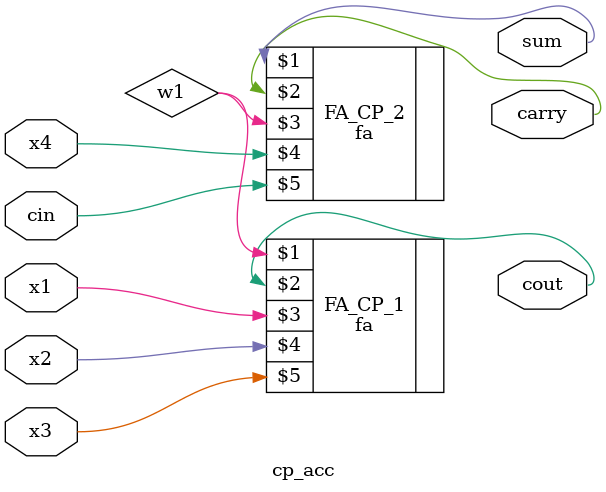
<source format=v>
module cp_acc(sum,cout,carry,x1,x2, x3, x4,cin);
	input x1,x2,x3,x4,cin;

	output sum,cout,carry;
	wire w1;
 
    fa FA_CP_1(w1,cout,x1,x2,x3);
    fa FA_CP_2(sum,carry,w1,x4,cin);
 
endmodule

</source>
